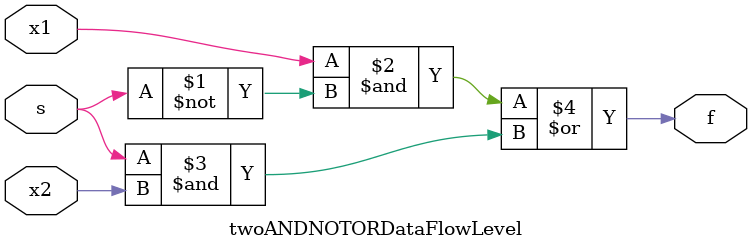
<source format=v>






module twoANDNOTORDataFlowLevel(x1,x2,s,f);

input x1,s,x2;
output f;
assign f=((x1 & ~s) | (s & x2));

endmodule

</source>
